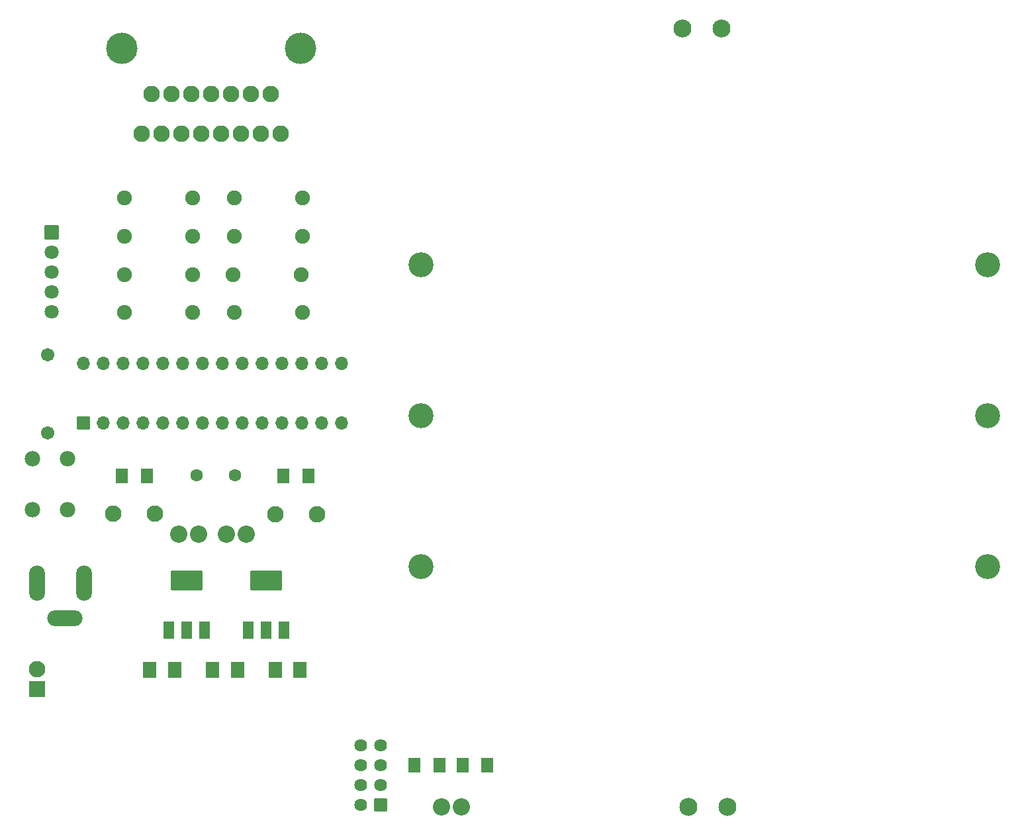
<source format=gts>
G04 Layer: TopSolderMaskLayer*
G04 EasyEDA v6.5.23, 2023-06-02 23:10:04*
G04 4089ee163aa04224b388df8e3d9972f5,38d8b063065d407b859bfb9f5f9b4720,10*
G04 Gerber Generator version 0.2*
G04 Scale: 100 percent, Rotated: No, Reflected: No *
G04 Dimensions in millimeters *
G04 leading zeros omitted , absolute positions ,4 integer and 5 decimal *
%FSLAX45Y45*%
%MOMM*%

%AMMACRO1*1,1,$1,$2,$3*1,1,$1,$4,$5*1,1,$1,0-$2,0-$3*1,1,$1,0-$4,0-$5*20,1,$1,$2,$3,$4,$5,0*20,1,$1,$4,$5,0-$2,0-$3,0*20,1,$1,0-$2,0-$3,0-$4,0-$5,0*20,1,$1,0-$4,0-$5,$2,$3,0*4,1,4,$2,$3,$4,$5,0-$2,0-$3,0-$4,0-$5,$2,$3,0*%
%ADD10C,3.2032*%
%ADD11C,2.2032*%
%ADD12MACRO1,0.1016X-1X-1X-1X1*%
%ADD13C,2.1016*%
%ADD14MACRO1,0.1016X-0.7425X-0.864X-0.7425X0.864*%
%ADD15MACRO1,0.1016X0.7425X-0.864X0.7425X0.864*%
%ADD16O,4.5200062X2.0200112*%
%ADD17O,2.0200112X4.5200062*%
%ADD18C,2.1031*%
%ADD19C,4.0132*%
%ADD20MACRO1,0.2032X-1.9X-1.15X-1.9X1.15*%
%ADD21MACRO1,0.2032X-0.6X-1X-0.6X1*%
%ADD22MACRO1,0.1X0.8001X-1X-0.8001X-1*%
%ADD23C,1.9016*%
%ADD24C,2.3016*%
%ADD25C,1.7032*%
%ADD26O,1.7015968000000001X1.7015968000000001*%
%ADD27MACRO1,0.1016X-0.8X-0.8X-0.8X0.8*%
%ADD28C,1.6016*%
%ADD29MACRO1,0.1016X-0.762X0.762X0.762X0.762*%
%ADD30C,1.6256*%
%ADD31C,1.9812*%
%ADD32MACRO1,0.1016X0.85X0.85X0.85X-0.85*%
%ADD33C,1.8016*%

%LPD*%
D10*
G01*
X9149496Y-9537296D03*
G01*
X9149496Y-7607302D03*
G01*
X9149496Y-5677308D03*
G01*
X1899523Y-5677308D03*
G01*
X1899523Y-7607302D03*
G01*
X1899523Y-9537296D03*
D11*
G01*
X-584189Y-9118602D03*
G01*
X-330189Y-9118602D03*
G01*
X-1193789Y-9118602D03*
G01*
X-939789Y-9118602D03*
D12*
G01*
X-3009889Y-11099675D03*
D13*
G01*
X-3009889Y-10845675D03*
D14*
G01*
X2752552Y-12077697D03*
D15*
G01*
X2434051Y-12077697D03*
D11*
G01*
X2161524Y-12611102D03*
G01*
X2415524Y-12611102D03*
D16*
G01*
X-2655102Y-10194495D03*
D17*
G01*
X-3005089Y-9744509D03*
G01*
X-2405090Y-9744509D03*
D18*
G01*
X-1545325Y-3489962D03*
G01*
X-1291325Y-3489962D03*
G01*
X-1037325Y-3489962D03*
G01*
X-783325Y-3489962D03*
G01*
X-529325Y-3489962D03*
G01*
X-275325Y-3489962D03*
G01*
X-21325Y-3489962D03*
G01*
X-1672325Y-3997962D03*
G01*
X-1418325Y-3997962D03*
G01*
X-1164325Y-3997962D03*
G01*
X-910325Y-3997962D03*
G01*
X-656325Y-3997962D03*
G01*
X-402325Y-3997962D03*
G01*
X-148325Y-3997962D03*
G01*
X105674Y-3997962D03*
D19*
G01*
X-1921245Y-2908302D03*
G01*
X364754Y-2908302D03*
D20*
G01*
X-1092199Y-9715501D03*
D21*
G01*
X-1092199Y-10350500D03*
G01*
X-862202Y-10350500D03*
G01*
X-1322196Y-10350500D03*
D20*
G01*
X-76199Y-9715501D03*
D21*
G01*
X-76199Y-10350500D03*
G01*
X153797Y-10350500D03*
G01*
X-306196Y-10350500D03*
D14*
G01*
X2140450Y-12077700D03*
D15*
G01*
X1821949Y-12077700D03*
D14*
G01*
X464050Y-8371321D03*
D15*
G01*
X145549Y-8371321D03*
D14*
G01*
X-1606049Y-8371321D03*
D15*
G01*
X-1924550Y-8371321D03*
D22*
G01*
X356798Y-10858500D03*
G01*
X36799Y-10858500D03*
G01*
X-446453Y-10858500D03*
G01*
X-766452Y-10858500D03*
G01*
X-1249700Y-10858500D03*
G01*
X-1569699Y-10858500D03*
D23*
G01*
X-1889140Y-4821430D03*
G01*
X-1019139Y-4821430D03*
G01*
X-485790Y-4821430D03*
G01*
X384210Y-4821430D03*
G01*
X-485790Y-5309770D03*
G01*
X384210Y-5309770D03*
G01*
X-1889140Y-5309770D03*
G01*
X-1019139Y-5309770D03*
G01*
X-1889140Y-5798162D03*
G01*
X-1019139Y-5798162D03*
G01*
X-498490Y-5798162D03*
G01*
X371510Y-5798162D03*
G01*
X-1889140Y-6286502D03*
G01*
X-1019139Y-6286502D03*
G01*
X-485790Y-6286502D03*
G01*
X384210Y-6286502D03*
D24*
G01*
X5325272Y-12611102D03*
G01*
X5825271Y-12611102D03*
G01*
X5749096Y-2654302D03*
G01*
X5249097Y-2654302D03*
D25*
G01*
X-2870189Y-6827903D03*
G01*
X-2870189Y-7827901D03*
D26*
G01*
X-1905015Y-6931916D03*
G01*
X-1651015Y-6931916D03*
G01*
X-1397015Y-6931916D03*
G01*
X-1143015Y-6931916D03*
G01*
X-889015Y-6931916D03*
G01*
X-635015Y-6931916D03*
G01*
X-381015Y-6931916D03*
G01*
X-381015Y-7693916D03*
G01*
X-2159015Y-6931916D03*
G01*
X-2413015Y-6931916D03*
G01*
X-635015Y-7693916D03*
G01*
X-889015Y-7693916D03*
G01*
X-1143015Y-7693916D03*
G01*
X-1397015Y-7693916D03*
G01*
X-1651015Y-7693916D03*
G01*
X-1905015Y-7693916D03*
G01*
X-2159015Y-7693916D03*
D27*
G01*
X-2412999Y-7693911D03*
D26*
G01*
X-127015Y-7693916D03*
G01*
X126984Y-7693916D03*
G01*
X380984Y-7693916D03*
G01*
X634984Y-7693916D03*
G01*
X888984Y-7693916D03*
G01*
X888984Y-6931916D03*
G01*
X634984Y-6931916D03*
G01*
X380984Y-6931916D03*
G01*
X126984Y-6931916D03*
G01*
X-127015Y-6931916D03*
D28*
G01*
X-967704Y-8369302D03*
G01*
X-479719Y-8369302D03*
D29*
G01*
X1384300Y-12585700D03*
D30*
G01*
X1130310Y-12585702D03*
G01*
X1384310Y-12331702D03*
G01*
X1130310Y-12331702D03*
G01*
X1384310Y-12077702D03*
G01*
X1130310Y-12077702D03*
G01*
X1384310Y-11823702D03*
G01*
X1130310Y-11823702D03*
D13*
G01*
X-2031989Y-8858252D03*
G01*
X-1498589Y-8858252D03*
G01*
X38110Y-8864602D03*
G01*
X571510Y-8864602D03*
D31*
G01*
X-2618729Y-8158482D03*
G01*
X-2618729Y-8808722D03*
G01*
X-3070849Y-8158482D03*
G01*
X-3070849Y-8808722D03*
D32*
G01*
X-2819399Y-5257800D03*
D33*
G01*
X-2819415Y-5511802D03*
G01*
X-2819415Y-5765802D03*
G01*
X-2819415Y-6019802D03*
G01*
X-2819415Y-6273802D03*
M02*

</source>
